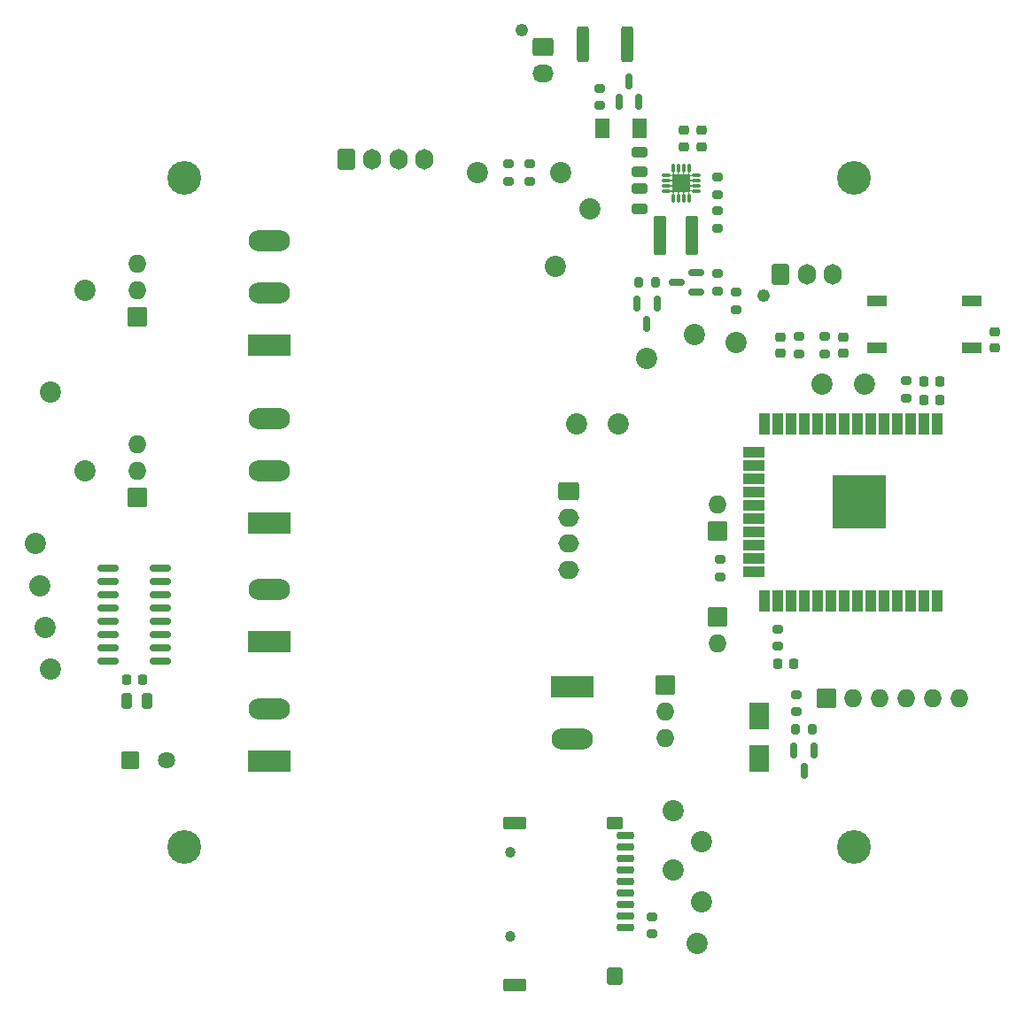
<source format=gts>
%TF.GenerationSoftware,KiCad,Pcbnew,(6.0.5)*%
%TF.CreationDate,2022-06-07T15:07:26+00:00*%
%TF.ProjectId,co2_sensor_node,636f325f-7365-46e7-936f-725f6e6f6465,rev?*%
%TF.SameCoordinates,Original*%
%TF.FileFunction,Soldermask,Top*%
%TF.FilePolarity,Negative*%
%FSLAX46Y46*%
G04 Gerber Fmt 4.6, Leading zero omitted, Abs format (unit mm)*
G04 Created by KiCad (PCBNEW (6.0.5)) date 2022-06-07 15:07:26*
%MOMM*%
%LPD*%
G01*
G04 APERTURE LIST*
G04 Aperture macros list*
%AMRoundRect*
0 Rectangle with rounded corners*
0 $1 Rounding radius*
0 $2 $3 $4 $5 $6 $7 $8 $9 X,Y pos of 4 corners*
0 Add a 4 corners polygon primitive as box body*
4,1,4,$2,$3,$4,$5,$6,$7,$8,$9,$2,$3,0*
0 Add four circle primitives for the rounded corners*
1,1,$1+$1,$2,$3*
1,1,$1+$1,$4,$5*
1,1,$1+$1,$6,$7*
1,1,$1+$1,$8,$9*
0 Add four rect primitives between the rounded corners*
20,1,$1+$1,$2,$3,$4,$5,0*
20,1,$1+$1,$4,$5,$6,$7,0*
20,1,$1+$1,$6,$7,$8,$9,0*
20,1,$1+$1,$8,$9,$2,$3,0*%
G04 Aperture macros list end*
%ADD10RoundRect,0.015000X0.850000X0.850000X-0.850000X0.850000X-0.850000X-0.850000X0.850000X-0.850000X0*%
%ADD11O,1.730000X1.730000*%
%ADD12C,2.030000*%
%ADD13RoundRect,0.240000X0.250000X-0.225000X0.250000X0.225000X-0.250000X0.225000X-0.250000X-0.225000X0*%
%ADD14RoundRect,0.215000X0.275000X-0.200000X0.275000X0.200000X-0.275000X0.200000X-0.275000X-0.200000X0*%
%ADD15RoundRect,0.015000X1.980000X-0.990000X1.980000X0.990000X-1.980000X0.990000X-1.980000X-0.990000X0*%
%ADD16O,3.990000X2.010000*%
%ADD17C,3.230000*%
%ADD18RoundRect,0.165000X-0.150000X0.587500X-0.150000X-0.587500X0.150000X-0.587500X0.150000X0.587500X0*%
%ADD19RoundRect,0.265000X-0.475000X0.250000X-0.475000X-0.250000X0.475000X-0.250000X0.475000X0.250000X0*%
%ADD20RoundRect,0.015000X0.850000X-0.850000X0.850000X0.850000X-0.850000X0.850000X-0.850000X-0.850000X0*%
%ADD21RoundRect,0.265000X-0.725000X0.600000X-0.725000X-0.600000X0.725000X-0.600000X0.725000X0.600000X0*%
%ADD22O,1.980000X1.730000*%
%ADD23RoundRect,0.015000X-0.850000X-0.850000X0.850000X-0.850000X0.850000X0.850000X-0.850000X0.850000X0*%
%ADD24RoundRect,0.115000X-0.850000X-0.400000X0.850000X-0.400000X0.850000X0.400000X-0.850000X0.400000X0*%
%ADD25RoundRect,0.215000X-0.275000X0.200000X-0.275000X-0.200000X0.275000X-0.200000X0.275000X0.200000X0*%
%ADD26C,1.230000*%
%ADD27RoundRect,0.265000X-0.750000X0.600000X-0.750000X-0.600000X0.750000X-0.600000X0.750000X0.600000X0*%
%ADD28O,2.030000X1.730000*%
%ADD29RoundRect,0.240000X-0.225000X-0.250000X0.225000X-0.250000X0.225000X0.250000X-0.225000X0.250000X0*%
%ADD30RoundRect,0.125000X0.440000X1.740000X-0.440000X1.740000X-0.440000X-1.740000X0.440000X-1.740000X0*%
%ADD31RoundRect,0.015000X0.650000X0.850000X-0.650000X0.850000X-0.650000X-0.850000X0.650000X-0.850000X0*%
%ADD32RoundRect,0.165000X0.587500X0.150000X-0.587500X0.150000X-0.587500X-0.150000X0.587500X-0.150000X0*%
%ADD33RoundRect,0.165000X0.150000X-0.587500X0.150000X0.587500X-0.150000X0.587500X-0.150000X-0.587500X0*%
%ADD34RoundRect,0.015000X-0.450000X1.000000X-0.450000X-1.000000X0.450000X-1.000000X0.450000X1.000000X0*%
%ADD35RoundRect,0.015000X-1.000000X-0.450000X1.000000X-0.450000X1.000000X0.450000X-1.000000X0.450000X0*%
%ADD36RoundRect,0.015000X-2.500000X2.500000X-2.500000X-2.500000X2.500000X-2.500000X2.500000X2.500000X0*%
%ADD37RoundRect,0.215000X0.200000X0.275000X-0.200000X0.275000X-0.200000X-0.275000X0.200000X-0.275000X0*%
%ADD38RoundRect,0.215000X-0.200000X-0.275000X0.200000X-0.275000X0.200000X0.275000X-0.200000X0.275000X0*%
%ADD39RoundRect,0.265000X-0.600000X-0.725000X0.600000X-0.725000X0.600000X0.725000X-0.600000X0.725000X0*%
%ADD40O,1.730000X1.980000*%
%ADD41RoundRect,0.233750X0.218750X0.256250X-0.218750X0.256250X-0.218750X-0.256250X0.218750X-0.256250X0*%
%ADD42RoundRect,0.265000X0.475000X-0.250000X0.475000X0.250000X-0.475000X0.250000X-0.475000X-0.250000X0*%
%ADD43RoundRect,0.265000X-0.250000X-0.475000X0.250000X-0.475000X0.250000X0.475000X-0.250000X0.475000X0*%
%ADD44RoundRect,0.165000X-0.850000X-0.150000X0.850000X-0.150000X0.850000X0.150000X-0.850000X0.150000X0*%
%ADD45RoundRect,0.015000X-0.800000X-0.800000X0.800000X-0.800000X0.800000X0.800000X-0.800000X0.800000X0*%
%ADD46C,1.630000*%
%ADD47C,1.030000*%
%ADD48RoundRect,0.190000X-0.625000X0.175000X-0.625000X-0.175000X0.625000X-0.175000X0.625000X0.175000X0*%
%ADD49RoundRect,0.135000X-0.630000X0.480000X-0.630000X-0.480000X0.630000X-0.480000X0.630000X0.480000X0*%
%ADD50RoundRect,0.165000X-0.600000X0.650000X-0.600000X-0.650000X0.600000X-0.650000X0.600000X0.650000X0*%
%ADD51RoundRect,0.135000X-0.980000X0.480000X-0.980000X-0.480000X0.980000X-0.480000X0.980000X0.480000X0*%
%ADD52RoundRect,0.015000X-0.900000X1.250000X-0.900000X-1.250000X0.900000X-1.250000X0.900000X1.250000X0*%
%ADD53RoundRect,0.077500X0.062500X-0.350000X0.062500X0.350000X-0.062500X0.350000X-0.062500X-0.350000X0*%
%ADD54RoundRect,0.077500X0.350000X-0.062500X0.350000X0.062500X-0.350000X0.062500X-0.350000X-0.062500X0*%
%ADD55RoundRect,0.015000X0.840000X-0.840000X0.840000X0.840000X-0.840000X0.840000X-0.840000X-0.840000X0*%
%ADD56RoundRect,0.015000X-1.980000X0.990000X-1.980000X-0.990000X1.980000X-0.990000X1.980000X0.990000X0*%
%ADD57RoundRect,0.265000X0.312500X1.450000X-0.312500X1.450000X-0.312500X-1.450000X0.312500X-1.450000X0*%
G04 APERTURE END LIST*
D10*
%TO.C,JP1*%
X169500000Y-106750000D03*
D11*
X169500000Y-104210000D03*
%TD*%
D12*
%TO.C,TP6*%
X156000000Y-96500000D03*
%TD*%
D13*
%TO.C,C3*%
X168000000Y-70000000D03*
X168000000Y-68450000D03*
%TD*%
D14*
%TO.C,R14*%
X177000000Y-124075000D03*
X177000000Y-122425000D03*
%TD*%
D15*
%TO.C,J3*%
X126625000Y-117335000D03*
D16*
X126625000Y-112335000D03*
%TD*%
D17*
%TO.C,H1*%
X118500000Y-137000000D03*
%TD*%
D12*
%TO.C,TP5*%
X171250000Y-88750000D03*
%TD*%
D18*
%TO.C,Q2*%
X163700000Y-85062500D03*
X161800000Y-85062500D03*
X162750000Y-86937500D03*
%TD*%
%TO.C,Q4*%
X178700000Y-127812500D03*
X176800000Y-127812500D03*
X177750000Y-129687500D03*
%TD*%
D12*
%TO.C,TP2*%
X154500000Y-72500000D03*
%TD*%
D19*
%TO.C,C1*%
X162000000Y-70550000D03*
X162000000Y-72450000D03*
%TD*%
D15*
%TO.C,J5*%
X126625000Y-106045000D03*
D16*
X126625000Y-101045000D03*
X126625000Y-96045000D03*
%TD*%
D14*
%TO.C,R3*%
X175250000Y-117825000D03*
X175250000Y-116175000D03*
%TD*%
D12*
%TO.C,TP4*%
X157250000Y-76000000D03*
%TD*%
D20*
%TO.C,J11*%
X179900000Y-122750000D03*
D11*
X182440000Y-122750000D03*
X184980000Y-122750000D03*
X187520000Y-122750000D03*
X190060000Y-122750000D03*
X192600000Y-122750000D03*
%TD*%
D14*
%TO.C,R4*%
X171250000Y-85575000D03*
X171250000Y-83925000D03*
%TD*%
D17*
%TO.C,H4*%
X182500000Y-137000000D03*
%TD*%
D21*
%TO.C,J9*%
X155250000Y-103000000D03*
D22*
X155250000Y-105500000D03*
X155250000Y-108000000D03*
X155250000Y-110500000D03*
%TD*%
D12*
%TO.C,TP15*%
X179500000Y-92750000D03*
%TD*%
D13*
%TO.C,C4*%
X181500000Y-89775000D03*
X181500000Y-88225000D03*
%TD*%
D10*
%TO.C,J2*%
X114000000Y-86290000D03*
D11*
X114000000Y-83750000D03*
X114000000Y-81210000D03*
%TD*%
D23*
%TO.C,J12*%
X164500000Y-121475000D03*
D11*
X164500000Y-124015000D03*
X164500000Y-126555000D03*
%TD*%
D12*
%TO.C,TP1*%
X162750000Y-90250000D03*
%TD*%
D24*
%TO.C,SW1*%
X193800000Y-84740000D03*
X184700000Y-84740000D03*
X193800000Y-89240000D03*
X184700000Y-89240000D03*
%TD*%
D25*
%TO.C,R11*%
X169500000Y-76175000D03*
X169500000Y-77825000D03*
%TD*%
D14*
%TO.C,R2*%
X149500000Y-73325000D03*
X149500000Y-71675000D03*
%TD*%
D25*
%TO.C,R13*%
X187500000Y-92425000D03*
X187500000Y-94075000D03*
%TD*%
D26*
%TO.C,J7*%
X150775000Y-58900000D03*
D27*
X152775000Y-60500000D03*
D28*
X152775000Y-63000000D03*
%TD*%
D12*
%TO.C,TP16*%
X104750000Y-112000000D03*
%TD*%
D14*
%TO.C,R9*%
X158250000Y-66075000D03*
X158250000Y-64425000D03*
%TD*%
D25*
%TO.C,R7*%
X179750000Y-88175000D03*
X179750000Y-89825000D03*
%TD*%
D29*
%TO.C,C12*%
X112975000Y-121000000D03*
X114525000Y-121000000D03*
%TD*%
D13*
%TO.C,C2*%
X166225000Y-70000000D03*
X166225000Y-68450000D03*
%TD*%
D15*
%TO.C,J4*%
X126625000Y-128835000D03*
D16*
X126625000Y-123835000D03*
%TD*%
D14*
%TO.C,R1*%
X151500000Y-73325000D03*
X151500000Y-71675000D03*
%TD*%
D30*
%TO.C,L1*%
X167000000Y-78500000D03*
X164000000Y-78500000D03*
%TD*%
D12*
%TO.C,TP10*%
X105750000Y-93500000D03*
%TD*%
D31*
%TO.C,D2*%
X162000000Y-68250000D03*
X158500000Y-68250000D03*
%TD*%
D32*
%TO.C,Q1*%
X167437500Y-83950000D03*
X167437500Y-82050000D03*
X165562500Y-83000000D03*
%TD*%
D17*
%TO.C,H2*%
X118500000Y-73000000D03*
%TD*%
D12*
%TO.C,TP13*%
X109000000Y-83750000D03*
%TD*%
%TO.C,TP18*%
X104250000Y-108000000D03*
%TD*%
D23*
%TO.C,JP2*%
X169500000Y-114975000D03*
D11*
X169500000Y-117515000D03*
%TD*%
D17*
%TO.C,H3*%
X182500000Y-73000000D03*
%TD*%
D29*
%TO.C,C8*%
X189225000Y-92500000D03*
X190775000Y-92500000D03*
%TD*%
D33*
%TO.C,Q3*%
X160050000Y-65687500D03*
X161950000Y-65687500D03*
X161000000Y-63812500D03*
%TD*%
D12*
%TO.C,TP9*%
X167250000Y-88000000D03*
%TD*%
D34*
%TO.C,U2*%
X190505000Y-96500000D03*
X189235000Y-96500000D03*
X187965000Y-96500000D03*
X186695000Y-96500000D03*
X185425000Y-96500000D03*
X184155000Y-96500000D03*
X182885000Y-96500000D03*
X181615000Y-96500000D03*
X180345000Y-96500000D03*
X179075000Y-96500000D03*
X177805000Y-96500000D03*
X176535000Y-96500000D03*
X175265000Y-96500000D03*
X173995000Y-96500000D03*
D35*
X172995000Y-99285000D03*
X172995000Y-100555000D03*
X172995000Y-101825000D03*
X172995000Y-103095000D03*
X172995000Y-104365000D03*
X172995000Y-105635000D03*
X172995000Y-106905000D03*
X172995000Y-108175000D03*
X172995000Y-109445000D03*
X172995000Y-110715000D03*
D34*
X173995000Y-113500000D03*
X175265000Y-113500000D03*
X176535000Y-113500000D03*
X177805000Y-113500000D03*
X179075000Y-113500000D03*
X180345000Y-113500000D03*
X181615000Y-113500000D03*
X182885000Y-113500000D03*
X184155000Y-113500000D03*
X185425000Y-113500000D03*
X186695000Y-113500000D03*
X187965000Y-113500000D03*
X189235000Y-113500000D03*
X190505000Y-113500000D03*
D36*
X183005000Y-104000000D03*
%TD*%
D13*
%TO.C,C7*%
X196000000Y-89275000D03*
X196000000Y-87725000D03*
%TD*%
D12*
%TO.C,TP12*%
X109000000Y-101000000D03*
%TD*%
D37*
%TO.C,R15*%
X178575000Y-125750000D03*
X176925000Y-125750000D03*
%TD*%
D38*
%TO.C,R6*%
X161925000Y-83000000D03*
X163575000Y-83000000D03*
%TD*%
D39*
%TO.C,J10*%
X134000000Y-71250000D03*
D40*
X136500000Y-71250000D03*
X139000000Y-71250000D03*
X141500000Y-71250000D03*
%TD*%
D41*
%TO.C,D1*%
X176787500Y-119500000D03*
X175212500Y-119500000D03*
%TD*%
D15*
%TO.C,J6*%
X126625000Y-89045000D03*
D16*
X126625000Y-84045000D03*
X126625000Y-79045000D03*
%TD*%
D14*
%TO.C,R12*%
X169750000Y-111150000D03*
X169750000Y-109500000D03*
%TD*%
D12*
%TO.C,TP11*%
X165250000Y-133500000D03*
%TD*%
%TO.C,TP8*%
X154000000Y-81500000D03*
%TD*%
D42*
%TO.C,C6*%
X162000000Y-75950000D03*
X162000000Y-74050000D03*
%TD*%
D12*
%TO.C,TP3*%
X146500000Y-72500000D03*
%TD*%
D43*
%TO.C,C11*%
X113050000Y-123000000D03*
X114950000Y-123000000D03*
%TD*%
D29*
%TO.C,C9*%
X189225000Y-94250000D03*
X190775000Y-94250000D03*
%TD*%
D14*
%TO.C,R5*%
X169500000Y-83825000D03*
X169500000Y-82175000D03*
%TD*%
%TO.C,R16*%
X163250000Y-145325000D03*
X163250000Y-143675000D03*
%TD*%
D13*
%TO.C,C5*%
X175500000Y-89775000D03*
X175500000Y-88225000D03*
%TD*%
D12*
%TO.C,TP19*%
X105750000Y-120000000D03*
%TD*%
D44*
%TO.C,U3*%
X111250000Y-110305000D03*
X111250000Y-111575000D03*
X111250000Y-112845000D03*
X111250000Y-114115000D03*
X111250000Y-115385000D03*
X111250000Y-116655000D03*
X111250000Y-117925000D03*
X111250000Y-119195000D03*
X116250000Y-119195000D03*
X116250000Y-117925000D03*
X116250000Y-116655000D03*
X116250000Y-115385000D03*
X116250000Y-114115000D03*
X116250000Y-112845000D03*
X116250000Y-111575000D03*
X116250000Y-110305000D03*
%TD*%
D45*
%TO.C,C10*%
X113347349Y-128750000D03*
D46*
X116847349Y-128750000D03*
%TD*%
D10*
%TO.C,J1*%
X114000000Y-103540000D03*
D11*
X114000000Y-101000000D03*
X114000000Y-98460000D03*
%TD*%
D12*
%TO.C,TP14*%
X183500000Y-92750000D03*
%TD*%
%TO.C,TP20*%
X168000000Y-142250000D03*
%TD*%
%TO.C,TP7*%
X160000000Y-96500000D03*
%TD*%
D47*
%TO.C,J14*%
X149700000Y-145550000D03*
X149700000Y-137550000D03*
D48*
X160700000Y-144750000D03*
X160700000Y-143650000D03*
X160700000Y-142550000D03*
X160700000Y-141450000D03*
X160700000Y-140350000D03*
X160700000Y-139250000D03*
X160700000Y-138150000D03*
X160700000Y-137050000D03*
X160700000Y-135950000D03*
D49*
X159700000Y-134750000D03*
D50*
X159700000Y-149350000D03*
D51*
X150100000Y-150250000D03*
X150100000Y-134750000D03*
%TD*%
D52*
%TO.C,D3*%
X173500000Y-124500000D03*
X173500000Y-128500000D03*
%TD*%
D12*
%TO.C,TP17*%
X105250000Y-116000000D03*
%TD*%
%TO.C,TP21*%
X165250000Y-139250000D03*
%TD*%
%TO.C,TP22*%
X167500000Y-146250000D03*
%TD*%
D53*
%TO.C,U1*%
X165250000Y-74962500D03*
X165750000Y-74962500D03*
X166250000Y-74962500D03*
X166750000Y-74962500D03*
D54*
X167462500Y-74250000D03*
X167462500Y-73750000D03*
X167462500Y-73250000D03*
X167462500Y-72750000D03*
D53*
X166750000Y-72037500D03*
X166250000Y-72037500D03*
X165750000Y-72037500D03*
X165250000Y-72037500D03*
D54*
X164537500Y-72750000D03*
X164537500Y-73250000D03*
X164537500Y-73750000D03*
X164537500Y-74250000D03*
D55*
X166000000Y-73500000D03*
%TD*%
D56*
%TO.C,J13*%
X155625000Y-121665000D03*
D16*
X155625000Y-126665000D03*
%TD*%
D57*
%TO.C,F1*%
X160887500Y-60250000D03*
X156612500Y-60250000D03*
%TD*%
D12*
%TO.C,TP23*%
X168000000Y-136500000D03*
%TD*%
D25*
%TO.C,R10*%
X169500000Y-72925000D03*
X169500000Y-74575000D03*
%TD*%
D26*
%TO.C,J8*%
X173900000Y-84225000D03*
D39*
X175500000Y-82225000D03*
D40*
X178000000Y-82225000D03*
X180500000Y-82225000D03*
%TD*%
D25*
%TO.C,R8*%
X177250000Y-88175000D03*
X177250000Y-89825000D03*
%TD*%
G36*
X166391862Y-74354000D02*
G01*
X166391862Y-74356000D01*
X166390748Y-74356902D01*
X166332592Y-74375798D01*
X166297028Y-74424747D01*
X166297028Y-74485227D01*
X166335969Y-74536669D01*
X166338346Y-74538257D01*
X166339231Y-74540051D01*
X166338120Y-74541714D01*
X166336845Y-74541882D01*
X166312301Y-74537000D01*
X166187699Y-74537000D01*
X166163155Y-74541882D01*
X166161261Y-74541239D01*
X166160871Y-74539277D01*
X166161654Y-74538257D01*
X166164048Y-74536657D01*
X166201713Y-74488880D01*
X166204086Y-74428424D01*
X166170485Y-74378137D01*
X166109214Y-74356890D01*
X166107905Y-74355377D01*
X166108560Y-74353488D01*
X166109869Y-74353000D01*
X166390130Y-74353000D01*
X166391862Y-74354000D01*
G37*
G36*
X166842320Y-74353517D02*
G01*
X166842711Y-74355479D01*
X166841928Y-74356500D01*
X166831227Y-74363650D01*
X166831357Y-74363844D01*
X166831488Y-74365839D01*
X166830671Y-74366700D01*
X166804629Y-74381285D01*
X166779300Y-74436229D01*
X166791105Y-74495570D01*
X166827117Y-74528858D01*
X166827710Y-74530768D01*
X166827582Y-74531065D01*
X166834385Y-74535610D01*
X166834632Y-74535805D01*
X166835689Y-74536782D01*
X166836303Y-74536982D01*
X166836795Y-74537221D01*
X166838345Y-74538257D01*
X166839230Y-74540051D01*
X166838118Y-74541714D01*
X166836844Y-74541882D01*
X166812301Y-74537000D01*
X166687699Y-74537000D01*
X166663155Y-74541882D01*
X166661261Y-74541239D01*
X166660871Y-74539277D01*
X166661654Y-74538257D01*
X166664048Y-74536657D01*
X166701713Y-74488880D01*
X166704088Y-74428425D01*
X166670486Y-74378137D01*
X166609215Y-74356890D01*
X166607906Y-74355377D01*
X166608561Y-74353488D01*
X166609870Y-74353000D01*
X166839804Y-74353000D01*
X166840426Y-74352876D01*
X166842320Y-74353517D01*
G37*
G36*
X165160199Y-74353000D02*
G01*
X165390134Y-74353000D01*
X165391866Y-74354000D01*
X165391866Y-74356000D01*
X165390752Y-74356902D01*
X165332593Y-74375799D01*
X165297029Y-74424748D01*
X165297029Y-74485228D01*
X165335970Y-74536670D01*
X165338345Y-74538257D01*
X165339230Y-74540051D01*
X165338118Y-74541714D01*
X165336844Y-74541882D01*
X165312301Y-74537000D01*
X165187699Y-74537000D01*
X165163155Y-74541882D01*
X165161261Y-74541239D01*
X165160871Y-74539277D01*
X165161654Y-74538257D01*
X165172356Y-74531106D01*
X165171598Y-74529972D01*
X165171467Y-74527976D01*
X165172284Y-74527116D01*
X165195364Y-74514193D01*
X165220699Y-74459251D01*
X165208900Y-74399909D01*
X165164318Y-74358691D01*
X165158805Y-74356899D01*
X165158312Y-74356660D01*
X165158074Y-74356501D01*
X165157189Y-74354707D01*
X165158300Y-74353044D01*
X165159575Y-74352876D01*
X165160199Y-74353000D01*
G37*
G36*
X165891866Y-74354000D02*
G01*
X165891866Y-74356000D01*
X165890752Y-74356902D01*
X165832593Y-74375799D01*
X165797029Y-74424748D01*
X165797029Y-74485229D01*
X165835970Y-74536670D01*
X165838345Y-74538257D01*
X165839230Y-74540051D01*
X165838118Y-74541714D01*
X165836844Y-74541882D01*
X165812301Y-74537000D01*
X165687699Y-74537000D01*
X165663156Y-74541882D01*
X165661262Y-74541239D01*
X165660872Y-74539277D01*
X165661655Y-74538257D01*
X165664047Y-74536658D01*
X165701712Y-74488882D01*
X165704087Y-74428427D01*
X165670485Y-74378138D01*
X165609211Y-74356890D01*
X165607902Y-74355377D01*
X165608557Y-74353488D01*
X165609866Y-74353000D01*
X165890134Y-74353000D01*
X165891866Y-74354000D01*
G37*
G36*
X166856902Y-74109249D02*
G01*
X166875799Y-74167407D01*
X166924748Y-74202971D01*
X166985228Y-74202971D01*
X167036670Y-74164030D01*
X167038257Y-74161655D01*
X167040051Y-74160770D01*
X167041714Y-74161882D01*
X167041882Y-74163156D01*
X167037000Y-74187699D01*
X167037000Y-74312301D01*
X167041882Y-74336845D01*
X167041239Y-74338739D01*
X167039277Y-74339129D01*
X167038257Y-74338346D01*
X167031106Y-74327644D01*
X167029972Y-74328402D01*
X167027976Y-74328533D01*
X167027116Y-74327716D01*
X167014193Y-74304636D01*
X166959251Y-74279301D01*
X166899909Y-74291100D01*
X166858691Y-74335682D01*
X166856899Y-74341195D01*
X166856660Y-74341688D01*
X166856501Y-74341926D01*
X166854707Y-74342811D01*
X166853044Y-74341700D01*
X166852876Y-74340425D01*
X166853000Y-74339801D01*
X166853000Y-74109867D01*
X166854000Y-74108135D01*
X166856000Y-74108135D01*
X166856902Y-74109249D01*
G37*
G36*
X165146512Y-74108561D02*
G01*
X165147000Y-74109870D01*
X165147000Y-74339804D01*
X165147124Y-74340426D01*
X165146483Y-74342320D01*
X165144521Y-74342711D01*
X165143500Y-74341928D01*
X165136350Y-74331227D01*
X165136156Y-74331357D01*
X165134161Y-74331488D01*
X165133300Y-74330671D01*
X165118715Y-74304629D01*
X165063771Y-74279300D01*
X165004430Y-74291105D01*
X164971142Y-74327117D01*
X164969232Y-74327710D01*
X164968935Y-74327582D01*
X164964390Y-74334385D01*
X164964195Y-74334632D01*
X164963218Y-74335689D01*
X164963018Y-74336303D01*
X164962779Y-74336795D01*
X164961743Y-74338345D01*
X164959949Y-74339230D01*
X164958286Y-74338118D01*
X164958118Y-74336844D01*
X164963000Y-74312301D01*
X164963000Y-74187699D01*
X164958118Y-74163155D01*
X164958761Y-74161261D01*
X164960723Y-74160871D01*
X164961743Y-74161654D01*
X164963343Y-74164048D01*
X165011120Y-74201713D01*
X165071575Y-74204088D01*
X165121863Y-74170486D01*
X165143110Y-74109215D01*
X165144623Y-74107906D01*
X165146512Y-74108561D01*
G37*
G36*
X166856902Y-73609248D02*
G01*
X166875799Y-73667407D01*
X166924748Y-73702971D01*
X166985229Y-73702971D01*
X167036670Y-73664030D01*
X167038257Y-73661655D01*
X167040051Y-73660770D01*
X167041714Y-73661882D01*
X167041882Y-73663156D01*
X167037000Y-73687699D01*
X167037000Y-73812301D01*
X167041882Y-73836844D01*
X167041239Y-73838738D01*
X167039277Y-73839128D01*
X167038257Y-73838345D01*
X167036658Y-73835953D01*
X166988882Y-73798288D01*
X166928427Y-73795913D01*
X166878138Y-73829515D01*
X166856890Y-73890788D01*
X166855377Y-73892097D01*
X166853488Y-73891442D01*
X166853000Y-73890133D01*
X166853000Y-73609866D01*
X166854000Y-73608134D01*
X166856000Y-73608134D01*
X166856902Y-73609248D01*
G37*
G36*
X165146512Y-73608560D02*
G01*
X165147000Y-73609869D01*
X165147000Y-73890130D01*
X165146000Y-73891862D01*
X165144000Y-73891862D01*
X165143098Y-73890748D01*
X165124202Y-73832592D01*
X165075253Y-73797028D01*
X165014773Y-73797028D01*
X164963331Y-73835969D01*
X164961743Y-73838346D01*
X164959949Y-73839231D01*
X164958286Y-73838120D01*
X164958118Y-73836845D01*
X164963000Y-73812301D01*
X164963000Y-73687699D01*
X164958118Y-73663155D01*
X164958761Y-73661261D01*
X164960723Y-73660871D01*
X164961743Y-73661654D01*
X164963343Y-73664048D01*
X165011120Y-73701713D01*
X165071576Y-73704086D01*
X165121863Y-73670485D01*
X165143110Y-73609214D01*
X165144623Y-73607905D01*
X165146512Y-73608560D01*
G37*
G36*
X166856902Y-73109252D02*
G01*
X166875798Y-73167408D01*
X166924747Y-73202972D01*
X166985227Y-73202972D01*
X167036669Y-73164031D01*
X167038257Y-73161654D01*
X167040051Y-73160769D01*
X167041714Y-73161880D01*
X167041882Y-73163155D01*
X167037000Y-73187699D01*
X167037000Y-73312301D01*
X167041882Y-73336845D01*
X167041239Y-73338739D01*
X167039277Y-73339129D01*
X167038257Y-73338346D01*
X167036657Y-73335952D01*
X166988880Y-73298287D01*
X166928424Y-73295914D01*
X166878137Y-73329515D01*
X166856890Y-73390786D01*
X166855377Y-73392095D01*
X166853488Y-73391440D01*
X166853000Y-73390131D01*
X166853000Y-73109870D01*
X166854000Y-73108138D01*
X166856000Y-73108138D01*
X166856902Y-73109252D01*
G37*
G36*
X165146512Y-73108558D02*
G01*
X165147000Y-73109867D01*
X165147000Y-73390134D01*
X165146000Y-73391866D01*
X165144000Y-73391866D01*
X165143098Y-73390752D01*
X165124201Y-73332593D01*
X165075252Y-73297029D01*
X165014771Y-73297029D01*
X164963330Y-73335970D01*
X164961743Y-73338345D01*
X164959949Y-73339230D01*
X164958286Y-73338118D01*
X164958118Y-73336844D01*
X164963000Y-73312301D01*
X164963000Y-73187699D01*
X164958118Y-73163156D01*
X164958761Y-73161262D01*
X164960723Y-73160872D01*
X164961743Y-73161655D01*
X164963342Y-73164047D01*
X165011118Y-73201712D01*
X165071573Y-73204087D01*
X165121862Y-73170485D01*
X165143110Y-73109212D01*
X165144623Y-73107903D01*
X165146512Y-73108558D01*
G37*
G36*
X166856500Y-72658072D02*
G01*
X166863650Y-72668773D01*
X166863844Y-72668643D01*
X166865839Y-72668512D01*
X166866700Y-72669329D01*
X166881285Y-72695371D01*
X166936229Y-72720700D01*
X166995570Y-72708895D01*
X167028858Y-72672883D01*
X167030768Y-72672290D01*
X167031065Y-72672418D01*
X167035610Y-72665615D01*
X167035805Y-72665368D01*
X167036782Y-72664311D01*
X167036982Y-72663697D01*
X167037221Y-72663205D01*
X167038257Y-72661655D01*
X167040051Y-72660770D01*
X167041714Y-72661882D01*
X167041882Y-72663156D01*
X167037000Y-72687699D01*
X167037000Y-72812301D01*
X167041882Y-72836845D01*
X167041239Y-72838739D01*
X167039277Y-72839129D01*
X167038257Y-72838346D01*
X167036657Y-72835952D01*
X166988880Y-72798287D01*
X166928425Y-72795912D01*
X166878137Y-72829514D01*
X166856890Y-72890785D01*
X166855377Y-72892094D01*
X166853488Y-72891439D01*
X166853000Y-72890130D01*
X166853000Y-72660196D01*
X166852876Y-72659574D01*
X166853517Y-72657680D01*
X166855479Y-72657289D01*
X166856500Y-72658072D01*
G37*
G36*
X165146956Y-72658300D02*
G01*
X165147124Y-72659575D01*
X165147000Y-72660199D01*
X165147000Y-72890133D01*
X165146000Y-72891865D01*
X165144000Y-72891865D01*
X165143098Y-72890751D01*
X165124201Y-72832593D01*
X165075252Y-72797029D01*
X165014772Y-72797029D01*
X164963330Y-72835970D01*
X164961743Y-72838345D01*
X164959949Y-72839230D01*
X164958286Y-72838118D01*
X164958118Y-72836844D01*
X164963000Y-72812301D01*
X164963000Y-72687699D01*
X164958118Y-72663155D01*
X164958761Y-72661261D01*
X164960723Y-72660871D01*
X164961743Y-72661654D01*
X164968894Y-72672356D01*
X164970028Y-72671598D01*
X164972024Y-72671467D01*
X164972884Y-72672284D01*
X164985807Y-72695364D01*
X165040749Y-72720699D01*
X165100091Y-72708900D01*
X165141309Y-72664318D01*
X165143101Y-72658805D01*
X165143340Y-72658312D01*
X165143499Y-72658074D01*
X165145293Y-72657189D01*
X165146956Y-72658300D01*
G37*
G36*
X166838739Y-72458761D02*
G01*
X166839129Y-72460723D01*
X166838346Y-72461743D01*
X166827644Y-72468894D01*
X166828402Y-72470028D01*
X166828533Y-72472024D01*
X166827716Y-72472884D01*
X166804636Y-72485807D01*
X166779301Y-72540749D01*
X166791100Y-72600091D01*
X166835682Y-72641309D01*
X166841195Y-72643101D01*
X166841688Y-72643340D01*
X166841926Y-72643499D01*
X166842811Y-72645293D01*
X166841700Y-72646956D01*
X166840425Y-72647124D01*
X166839801Y-72647000D01*
X166609866Y-72647000D01*
X166608134Y-72646000D01*
X166608134Y-72644000D01*
X166609248Y-72643098D01*
X166667407Y-72624201D01*
X166702971Y-72575252D01*
X166702971Y-72514772D01*
X166664030Y-72463330D01*
X166661655Y-72461743D01*
X166660770Y-72459949D01*
X166661882Y-72458286D01*
X166663156Y-72458118D01*
X166687699Y-72463000D01*
X166812301Y-72463000D01*
X166836845Y-72458118D01*
X166838739Y-72458761D01*
G37*
G36*
X165338739Y-72458761D02*
G01*
X165339129Y-72460723D01*
X165338346Y-72461743D01*
X165335952Y-72463343D01*
X165298287Y-72511120D01*
X165295912Y-72571575D01*
X165329514Y-72621863D01*
X165390785Y-72643110D01*
X165392094Y-72644623D01*
X165391439Y-72646512D01*
X165390130Y-72647000D01*
X165160196Y-72647000D01*
X165159574Y-72647124D01*
X165157680Y-72646483D01*
X165157289Y-72644521D01*
X165158072Y-72643500D01*
X165168773Y-72636350D01*
X165168643Y-72636156D01*
X165168512Y-72634161D01*
X165169329Y-72633300D01*
X165195371Y-72618715D01*
X165220700Y-72563771D01*
X165208895Y-72504430D01*
X165172883Y-72471142D01*
X165172290Y-72469232D01*
X165172418Y-72468935D01*
X165165615Y-72464390D01*
X165165368Y-72464195D01*
X165164311Y-72463218D01*
X165163697Y-72463018D01*
X165163205Y-72462779D01*
X165161655Y-72461743D01*
X165160770Y-72459949D01*
X165161882Y-72458286D01*
X165163156Y-72458118D01*
X165187699Y-72463000D01*
X165312301Y-72463000D01*
X165336845Y-72458118D01*
X165338739Y-72458761D01*
G37*
G36*
X166338738Y-72458761D02*
G01*
X166339128Y-72460723D01*
X166338345Y-72461743D01*
X166335953Y-72463342D01*
X166298288Y-72511118D01*
X166295913Y-72571573D01*
X166329515Y-72621862D01*
X166390789Y-72643110D01*
X166392098Y-72644623D01*
X166391443Y-72646512D01*
X166390134Y-72647000D01*
X166109866Y-72647000D01*
X166108134Y-72646000D01*
X166108134Y-72644000D01*
X166109248Y-72643098D01*
X166167407Y-72624201D01*
X166202971Y-72575252D01*
X166202971Y-72514771D01*
X166164030Y-72463330D01*
X166161655Y-72461743D01*
X166160770Y-72459949D01*
X166161882Y-72458286D01*
X166163156Y-72458118D01*
X166187699Y-72463000D01*
X166312301Y-72463000D01*
X166336844Y-72458118D01*
X166338738Y-72458761D01*
G37*
G36*
X165838739Y-72458761D02*
G01*
X165839129Y-72460723D01*
X165838346Y-72461743D01*
X165835952Y-72463343D01*
X165798287Y-72511120D01*
X165795914Y-72571576D01*
X165829515Y-72621863D01*
X165890786Y-72643110D01*
X165892095Y-72644623D01*
X165891440Y-72646512D01*
X165890131Y-72647000D01*
X165609870Y-72647000D01*
X165608138Y-72646000D01*
X165608138Y-72644000D01*
X165609252Y-72643098D01*
X165667408Y-72624202D01*
X165702972Y-72575253D01*
X165702972Y-72514773D01*
X165664031Y-72463331D01*
X165661654Y-72461743D01*
X165660769Y-72459949D01*
X165661880Y-72458286D01*
X165663155Y-72458118D01*
X165687699Y-72463000D01*
X165812301Y-72463000D01*
X165836845Y-72458118D01*
X165838739Y-72458761D01*
G37*
M02*

</source>
